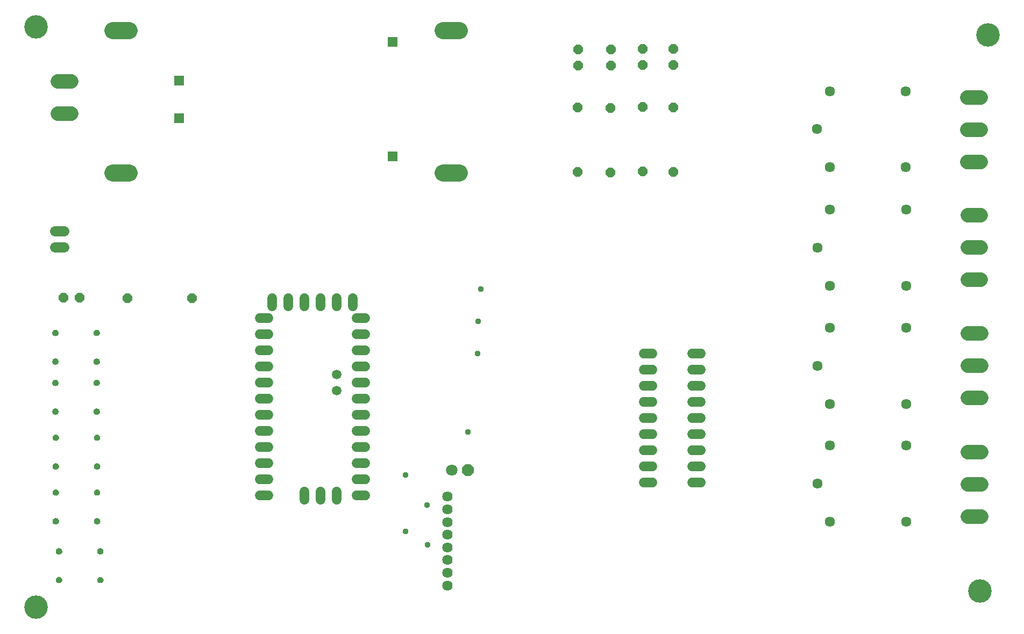
<source format=gbr>
G04 EAGLE Gerber RS-274X export*
G75*
%MOMM*%
%FSLAX34Y34*%
%LPD*%
%INSoldermask Top*%
%IPPOS*%
%AMOC8*
5,1,8,0,0,1.08239X$1,22.5*%
G01*
%ADD10C,3.703200*%
%ADD11P,1.951982X8X22.500000*%
%ADD12C,1.803400*%
%ADD13C,2.743200*%
%ADD14P,1.649562X8X292.500000*%
%ADD15P,1.649562X8X112.500000*%
%ADD16C,1.625600*%
%ADD17C,1.511200*%
%ADD18C,1.511200*%
%ADD19R,1.511200X1.511200*%
%ADD20C,1.524000*%
%ADD21P,1.649562X8X202.500000*%
%ADD22P,1.649562X8X22.500000*%
%ADD23C,2.298700*%
%ADD24C,1.625600*%
%ADD25C,1.611200*%
%ADD26C,0.959600*%

G36*
X147285Y420105D02*
X147285Y420105D01*
X147333Y420119D01*
X147423Y420137D01*
X148332Y420458D01*
X148376Y420483D01*
X148460Y420520D01*
X149275Y421035D01*
X149312Y421069D01*
X149385Y421124D01*
X150065Y421808D01*
X150094Y421849D01*
X150153Y421919D01*
X150664Y422737D01*
X150682Y422784D01*
X150725Y422865D01*
X151040Y423776D01*
X151048Y423826D01*
X151072Y423915D01*
X151177Y424873D01*
X151174Y424903D01*
X151180Y424942D01*
X151180Y425043D01*
X151175Y425071D01*
X151177Y425107D01*
X151078Y426080D01*
X151065Y426129D01*
X151048Y426219D01*
X150736Y427146D01*
X150711Y427190D01*
X150676Y427275D01*
X150165Y428109D01*
X150131Y428147D01*
X150077Y428221D01*
X149393Y428921D01*
X149352Y428950D01*
X149283Y429010D01*
X148461Y429540D01*
X148414Y429560D01*
X148334Y429604D01*
X147414Y429937D01*
X147365Y429946D01*
X147276Y429971D01*
X146305Y430091D01*
X146295Y430091D01*
X146283Y430094D01*
X145980Y430121D01*
X145930Y430116D01*
X145831Y430116D01*
X144874Y429974D01*
X144826Y429958D01*
X144736Y429938D01*
X143834Y429586D01*
X143791Y429560D01*
X143709Y429520D01*
X142908Y428977D01*
X142872Y428941D01*
X142800Y428884D01*
X142140Y428176D01*
X142113Y428134D01*
X142056Y428062D01*
X141570Y427225D01*
X141553Y427177D01*
X141513Y427094D01*
X141226Y426170D01*
X141220Y426120D01*
X141199Y426030D01*
X141133Y425165D01*
X141131Y425157D01*
X141131Y425139D01*
X141128Y425098D01*
X141124Y425069D01*
X141124Y425017D01*
X141129Y424990D01*
X141232Y424023D01*
X141246Y423975D01*
X141263Y423884D01*
X141582Y422954D01*
X141607Y422910D01*
X141643Y422825D01*
X142162Y421989D01*
X142195Y421952D01*
X142250Y421878D01*
X142941Y421178D01*
X142983Y421149D01*
X143052Y421088D01*
X143882Y420560D01*
X143929Y420541D01*
X144010Y420498D01*
X144937Y420167D01*
X144987Y420159D01*
X145075Y420135D01*
X146028Y420022D01*
X146132Y420002D01*
X146136Y420002D01*
X146139Y420000D01*
X146327Y419994D01*
X147285Y420105D01*
G37*
G36*
X147285Y341365D02*
X147285Y341365D01*
X147333Y341379D01*
X147423Y341397D01*
X148332Y341718D01*
X148376Y341743D01*
X148460Y341780D01*
X149275Y342295D01*
X149312Y342329D01*
X149385Y342384D01*
X150065Y343068D01*
X150094Y343109D01*
X150153Y343179D01*
X150664Y343997D01*
X150682Y344044D01*
X150725Y344125D01*
X151040Y345036D01*
X151048Y345086D01*
X151072Y345175D01*
X151177Y346133D01*
X151174Y346163D01*
X151180Y346202D01*
X151180Y346303D01*
X151175Y346331D01*
X151177Y346367D01*
X151078Y347340D01*
X151065Y347389D01*
X151048Y347479D01*
X150736Y348406D01*
X150711Y348450D01*
X150676Y348535D01*
X150165Y349369D01*
X150131Y349407D01*
X150077Y349481D01*
X149393Y350181D01*
X149352Y350210D01*
X149283Y350270D01*
X148461Y350800D01*
X148414Y350820D01*
X148334Y350864D01*
X147414Y351197D01*
X147365Y351206D01*
X147276Y351231D01*
X146305Y351351D01*
X146295Y351351D01*
X146283Y351354D01*
X145980Y351381D01*
X145930Y351376D01*
X145831Y351376D01*
X144874Y351234D01*
X144826Y351218D01*
X144736Y351198D01*
X143834Y350846D01*
X143791Y350820D01*
X143709Y350780D01*
X142908Y350237D01*
X142872Y350201D01*
X142800Y350144D01*
X142140Y349436D01*
X142113Y349394D01*
X142056Y349322D01*
X141570Y348485D01*
X141553Y348437D01*
X141513Y348354D01*
X141226Y347430D01*
X141220Y347380D01*
X141199Y347290D01*
X141133Y346425D01*
X141131Y346417D01*
X141131Y346399D01*
X141128Y346358D01*
X141124Y346329D01*
X141124Y346277D01*
X141129Y346250D01*
X141232Y345283D01*
X141246Y345235D01*
X141263Y345144D01*
X141582Y344214D01*
X141607Y344170D01*
X141643Y344085D01*
X142162Y343249D01*
X142195Y343212D01*
X142250Y343138D01*
X142941Y342438D01*
X142983Y342409D01*
X143052Y342348D01*
X143882Y341820D01*
X143929Y341801D01*
X144010Y341758D01*
X144937Y341427D01*
X144987Y341419D01*
X145075Y341395D01*
X146028Y341282D01*
X146132Y341262D01*
X146136Y341262D01*
X146139Y341260D01*
X146327Y341254D01*
X147285Y341365D01*
G37*
G36*
X82845Y213908D02*
X82845Y213908D01*
X82893Y213922D01*
X82983Y213940D01*
X83892Y214261D01*
X83936Y214286D01*
X84020Y214323D01*
X84835Y214838D01*
X84872Y214872D01*
X84945Y214927D01*
X85625Y215611D01*
X85654Y215652D01*
X85713Y215722D01*
X86224Y216540D01*
X86242Y216587D01*
X86285Y216668D01*
X86600Y217579D01*
X86608Y217629D01*
X86632Y217718D01*
X86737Y218676D01*
X86734Y218706D01*
X86740Y218745D01*
X86740Y218846D01*
X86735Y218874D01*
X86737Y218910D01*
X86638Y219883D01*
X86625Y219932D01*
X86608Y220022D01*
X86296Y220949D01*
X86271Y220993D01*
X86236Y221078D01*
X85725Y221912D01*
X85691Y221950D01*
X85637Y222024D01*
X84953Y222724D01*
X84912Y222753D01*
X84843Y222813D01*
X84021Y223343D01*
X83974Y223363D01*
X83894Y223407D01*
X82974Y223740D01*
X82925Y223749D01*
X82836Y223774D01*
X81865Y223894D01*
X81855Y223894D01*
X81843Y223897D01*
X81540Y223924D01*
X81490Y223919D01*
X81391Y223919D01*
X80434Y223777D01*
X80386Y223761D01*
X80296Y223741D01*
X79394Y223389D01*
X79351Y223363D01*
X79269Y223323D01*
X78468Y222780D01*
X78432Y222744D01*
X78360Y222687D01*
X77700Y221979D01*
X77673Y221937D01*
X77616Y221865D01*
X77130Y221028D01*
X77113Y220980D01*
X77073Y220897D01*
X76786Y219973D01*
X76780Y219923D01*
X76759Y219833D01*
X76693Y218968D01*
X76691Y218960D01*
X76691Y218942D01*
X76688Y218901D01*
X76684Y218872D01*
X76684Y218820D01*
X76689Y218793D01*
X76792Y217826D01*
X76806Y217778D01*
X76823Y217687D01*
X77142Y216757D01*
X77167Y216713D01*
X77203Y216628D01*
X77722Y215792D01*
X77755Y215755D01*
X77810Y215681D01*
X78501Y214981D01*
X78543Y214952D01*
X78612Y214891D01*
X79442Y214363D01*
X79489Y214344D01*
X79570Y214301D01*
X80497Y213970D01*
X80547Y213962D01*
X80635Y213938D01*
X81588Y213825D01*
X81692Y213805D01*
X81696Y213805D01*
X81699Y213803D01*
X81887Y213797D01*
X82845Y213908D01*
G37*
G36*
X147234Y465393D02*
X147234Y465393D01*
X147282Y465407D01*
X147372Y465425D01*
X148281Y465746D01*
X148325Y465771D01*
X148409Y465808D01*
X149224Y466323D01*
X149261Y466357D01*
X149334Y466412D01*
X150014Y467096D01*
X150043Y467137D01*
X150102Y467207D01*
X150613Y468025D01*
X150631Y468072D01*
X150674Y468153D01*
X150989Y469064D01*
X150997Y469114D01*
X151021Y469203D01*
X151126Y470161D01*
X151123Y470191D01*
X151129Y470230D01*
X151129Y470331D01*
X151124Y470359D01*
X151126Y470395D01*
X151027Y471368D01*
X151014Y471417D01*
X150997Y471507D01*
X150685Y472434D01*
X150660Y472478D01*
X150625Y472563D01*
X150114Y473397D01*
X150080Y473435D01*
X150026Y473509D01*
X149342Y474209D01*
X149301Y474238D01*
X149232Y474298D01*
X148410Y474828D01*
X148363Y474848D01*
X148283Y474892D01*
X147363Y475225D01*
X147314Y475234D01*
X147225Y475259D01*
X146254Y475379D01*
X146244Y475379D01*
X146232Y475382D01*
X145929Y475409D01*
X145879Y475404D01*
X145780Y475404D01*
X144823Y475262D01*
X144775Y475246D01*
X144685Y475226D01*
X143783Y474874D01*
X143740Y474848D01*
X143658Y474808D01*
X142857Y474265D01*
X142821Y474229D01*
X142749Y474172D01*
X142089Y473464D01*
X142062Y473422D01*
X142005Y473350D01*
X141519Y472513D01*
X141502Y472465D01*
X141462Y472382D01*
X141175Y471458D01*
X141169Y471408D01*
X141148Y471318D01*
X141082Y470453D01*
X141080Y470445D01*
X141080Y470427D01*
X141077Y470386D01*
X141073Y470357D01*
X141073Y470305D01*
X141078Y470278D01*
X141181Y469311D01*
X141195Y469263D01*
X141212Y469172D01*
X141531Y468242D01*
X141556Y468198D01*
X141592Y468113D01*
X142111Y467277D01*
X142144Y467240D01*
X142199Y467166D01*
X142890Y466466D01*
X142932Y466437D01*
X143001Y466376D01*
X143831Y465848D01*
X143878Y465829D01*
X143959Y465786D01*
X144886Y465455D01*
X144936Y465447D01*
X145024Y465423D01*
X145977Y465310D01*
X146081Y465290D01*
X146085Y465290D01*
X146088Y465288D01*
X146276Y465282D01*
X147234Y465393D01*
G37*
G36*
X82210Y465368D02*
X82210Y465368D01*
X82258Y465382D01*
X82348Y465400D01*
X83257Y465721D01*
X83301Y465746D01*
X83385Y465783D01*
X84200Y466298D01*
X84237Y466332D01*
X84310Y466387D01*
X84990Y467071D01*
X85019Y467112D01*
X85078Y467182D01*
X85589Y468000D01*
X85607Y468047D01*
X85650Y468128D01*
X85965Y469039D01*
X85973Y469089D01*
X85997Y469178D01*
X86102Y470136D01*
X86099Y470166D01*
X86105Y470205D01*
X86105Y470306D01*
X86100Y470334D01*
X86102Y470370D01*
X86003Y471343D01*
X85990Y471392D01*
X85973Y471482D01*
X85661Y472409D01*
X85636Y472453D01*
X85601Y472538D01*
X85090Y473372D01*
X85056Y473410D01*
X85002Y473484D01*
X84318Y474184D01*
X84277Y474213D01*
X84208Y474273D01*
X83386Y474803D01*
X83339Y474823D01*
X83259Y474867D01*
X82339Y475200D01*
X82290Y475209D01*
X82201Y475234D01*
X81230Y475354D01*
X81220Y475354D01*
X81208Y475357D01*
X80905Y475384D01*
X80855Y475379D01*
X80756Y475379D01*
X79799Y475237D01*
X79751Y475221D01*
X79661Y475201D01*
X78759Y474849D01*
X78716Y474823D01*
X78634Y474783D01*
X77833Y474240D01*
X77797Y474204D01*
X77725Y474147D01*
X77065Y473439D01*
X77038Y473397D01*
X76981Y473325D01*
X76495Y472488D01*
X76478Y472440D01*
X76438Y472357D01*
X76151Y471433D01*
X76145Y471383D01*
X76124Y471293D01*
X76058Y470428D01*
X76056Y470420D01*
X76056Y470402D01*
X76053Y470361D01*
X76049Y470332D01*
X76049Y470280D01*
X76054Y470253D01*
X76157Y469286D01*
X76171Y469238D01*
X76188Y469147D01*
X76507Y468217D01*
X76532Y468173D01*
X76568Y468088D01*
X77087Y467252D01*
X77120Y467215D01*
X77175Y467141D01*
X77866Y466441D01*
X77908Y466412D01*
X77977Y466351D01*
X78807Y465823D01*
X78854Y465804D01*
X78935Y465761D01*
X79862Y465430D01*
X79912Y465422D01*
X80000Y465398D01*
X80953Y465285D01*
X81057Y465265D01*
X81061Y465265D01*
X81064Y465263D01*
X81252Y465257D01*
X82210Y465368D01*
G37*
G36*
X82210Y420130D02*
X82210Y420130D01*
X82258Y420144D01*
X82348Y420162D01*
X83257Y420483D01*
X83301Y420508D01*
X83385Y420545D01*
X84200Y421060D01*
X84237Y421094D01*
X84310Y421149D01*
X84990Y421833D01*
X85019Y421874D01*
X85078Y421944D01*
X85589Y422762D01*
X85607Y422809D01*
X85650Y422890D01*
X85965Y423801D01*
X85973Y423851D01*
X85997Y423940D01*
X86102Y424898D01*
X86099Y424928D01*
X86105Y424967D01*
X86105Y425068D01*
X86100Y425096D01*
X86102Y425132D01*
X86003Y426105D01*
X85990Y426154D01*
X85973Y426244D01*
X85661Y427171D01*
X85636Y427215D01*
X85601Y427300D01*
X85090Y428134D01*
X85056Y428172D01*
X85002Y428246D01*
X84318Y428946D01*
X84277Y428975D01*
X84208Y429035D01*
X83386Y429565D01*
X83339Y429585D01*
X83259Y429629D01*
X82339Y429962D01*
X82290Y429971D01*
X82201Y429996D01*
X81230Y430116D01*
X81220Y430116D01*
X81208Y430119D01*
X80905Y430146D01*
X80855Y430141D01*
X80756Y430141D01*
X79799Y429999D01*
X79751Y429983D01*
X79661Y429963D01*
X78759Y429611D01*
X78716Y429585D01*
X78634Y429545D01*
X77833Y429002D01*
X77797Y428966D01*
X77725Y428909D01*
X77065Y428201D01*
X77038Y428159D01*
X76981Y428087D01*
X76495Y427250D01*
X76478Y427202D01*
X76438Y427119D01*
X76151Y426195D01*
X76145Y426145D01*
X76124Y426055D01*
X76058Y425190D01*
X76056Y425182D01*
X76056Y425164D01*
X76053Y425123D01*
X76049Y425094D01*
X76049Y425042D01*
X76054Y425015D01*
X76157Y424048D01*
X76171Y424000D01*
X76188Y423909D01*
X76507Y422979D01*
X76532Y422935D01*
X76568Y422850D01*
X77087Y422014D01*
X77120Y421977D01*
X77175Y421903D01*
X77866Y421203D01*
X77908Y421174D01*
X77977Y421113D01*
X78807Y420585D01*
X78854Y420566D01*
X78935Y420523D01*
X79862Y420192D01*
X79912Y420184D01*
X80000Y420160D01*
X80953Y420047D01*
X81057Y420027D01*
X81061Y420027D01*
X81064Y420025D01*
X81252Y420019D01*
X82210Y420130D01*
G37*
G36*
X147234Y386653D02*
X147234Y386653D01*
X147282Y386667D01*
X147372Y386685D01*
X148281Y387006D01*
X148325Y387031D01*
X148409Y387068D01*
X149224Y387583D01*
X149261Y387617D01*
X149334Y387672D01*
X150014Y388356D01*
X150043Y388397D01*
X150102Y388467D01*
X150613Y389285D01*
X150631Y389332D01*
X150674Y389413D01*
X150989Y390324D01*
X150997Y390374D01*
X151021Y390463D01*
X151126Y391421D01*
X151123Y391451D01*
X151129Y391490D01*
X151129Y391591D01*
X151124Y391619D01*
X151126Y391655D01*
X151027Y392628D01*
X151014Y392677D01*
X150997Y392767D01*
X150685Y393694D01*
X150660Y393738D01*
X150625Y393823D01*
X150114Y394657D01*
X150080Y394695D01*
X150026Y394769D01*
X149342Y395469D01*
X149301Y395498D01*
X149232Y395558D01*
X148410Y396088D01*
X148363Y396108D01*
X148283Y396152D01*
X147363Y396485D01*
X147314Y396494D01*
X147225Y396519D01*
X146254Y396639D01*
X146244Y396639D01*
X146232Y396642D01*
X145929Y396669D01*
X145879Y396664D01*
X145780Y396664D01*
X144823Y396522D01*
X144775Y396506D01*
X144685Y396486D01*
X143783Y396134D01*
X143740Y396108D01*
X143658Y396068D01*
X142857Y395525D01*
X142821Y395489D01*
X142749Y395432D01*
X142089Y394724D01*
X142062Y394682D01*
X142005Y394610D01*
X141519Y393773D01*
X141502Y393725D01*
X141462Y393642D01*
X141175Y392718D01*
X141169Y392668D01*
X141148Y392578D01*
X141082Y391713D01*
X141080Y391705D01*
X141080Y391687D01*
X141077Y391646D01*
X141073Y391617D01*
X141073Y391565D01*
X141078Y391538D01*
X141181Y390571D01*
X141195Y390523D01*
X141212Y390432D01*
X141531Y389502D01*
X141556Y389458D01*
X141592Y389373D01*
X142111Y388537D01*
X142144Y388500D01*
X142199Y388426D01*
X142890Y387726D01*
X142932Y387697D01*
X143001Y387636D01*
X143831Y387108D01*
X143878Y387089D01*
X143959Y387046D01*
X144886Y386715D01*
X144936Y386707D01*
X145024Y386683D01*
X145977Y386570D01*
X146081Y386550D01*
X146085Y386550D01*
X146088Y386548D01*
X146276Y386542D01*
X147234Y386653D01*
G37*
G36*
X82210Y386628D02*
X82210Y386628D01*
X82258Y386642D01*
X82348Y386660D01*
X83257Y386981D01*
X83301Y387006D01*
X83385Y387043D01*
X84200Y387558D01*
X84237Y387592D01*
X84310Y387647D01*
X84990Y388331D01*
X85019Y388372D01*
X85078Y388442D01*
X85589Y389260D01*
X85607Y389307D01*
X85650Y389388D01*
X85965Y390299D01*
X85973Y390349D01*
X85997Y390438D01*
X86102Y391396D01*
X86099Y391426D01*
X86105Y391465D01*
X86105Y391566D01*
X86100Y391594D01*
X86102Y391630D01*
X86003Y392603D01*
X85990Y392652D01*
X85973Y392742D01*
X85661Y393669D01*
X85636Y393713D01*
X85601Y393798D01*
X85090Y394632D01*
X85056Y394670D01*
X85002Y394744D01*
X84318Y395444D01*
X84277Y395473D01*
X84208Y395533D01*
X83386Y396063D01*
X83339Y396083D01*
X83259Y396127D01*
X82339Y396460D01*
X82290Y396469D01*
X82201Y396494D01*
X81230Y396614D01*
X81220Y396614D01*
X81208Y396617D01*
X80905Y396644D01*
X80855Y396639D01*
X80756Y396639D01*
X79799Y396497D01*
X79751Y396481D01*
X79661Y396461D01*
X78759Y396109D01*
X78716Y396083D01*
X78634Y396043D01*
X77833Y395500D01*
X77797Y395464D01*
X77725Y395407D01*
X77065Y394699D01*
X77038Y394657D01*
X76981Y394585D01*
X76495Y393748D01*
X76478Y393700D01*
X76438Y393617D01*
X76151Y392693D01*
X76145Y392643D01*
X76124Y392553D01*
X76058Y391688D01*
X76056Y391680D01*
X76056Y391662D01*
X76053Y391621D01*
X76049Y391592D01*
X76049Y391540D01*
X76054Y391513D01*
X76157Y390546D01*
X76171Y390498D01*
X76188Y390407D01*
X76507Y389477D01*
X76532Y389433D01*
X76568Y389348D01*
X77087Y388512D01*
X77120Y388475D01*
X77175Y388401D01*
X77866Y387701D01*
X77908Y387672D01*
X77977Y387611D01*
X78807Y387083D01*
X78854Y387064D01*
X78935Y387021D01*
X79862Y386690D01*
X79912Y386682D01*
X80000Y386658D01*
X80953Y386545D01*
X81057Y386525D01*
X81061Y386525D01*
X81064Y386523D01*
X81252Y386517D01*
X82210Y386628D01*
G37*
G36*
X82210Y341390D02*
X82210Y341390D01*
X82258Y341404D01*
X82348Y341422D01*
X83257Y341743D01*
X83301Y341768D01*
X83385Y341805D01*
X84200Y342320D01*
X84237Y342354D01*
X84310Y342409D01*
X84990Y343093D01*
X85019Y343134D01*
X85078Y343204D01*
X85589Y344022D01*
X85607Y344069D01*
X85650Y344150D01*
X85965Y345061D01*
X85973Y345111D01*
X85997Y345200D01*
X86102Y346158D01*
X86099Y346188D01*
X86105Y346227D01*
X86105Y346328D01*
X86100Y346356D01*
X86102Y346392D01*
X86003Y347365D01*
X85990Y347414D01*
X85973Y347504D01*
X85661Y348431D01*
X85636Y348475D01*
X85601Y348560D01*
X85090Y349394D01*
X85056Y349432D01*
X85002Y349506D01*
X84318Y350206D01*
X84277Y350235D01*
X84208Y350295D01*
X83386Y350825D01*
X83339Y350845D01*
X83259Y350889D01*
X82339Y351222D01*
X82290Y351231D01*
X82201Y351256D01*
X81230Y351376D01*
X81220Y351376D01*
X81208Y351379D01*
X80905Y351406D01*
X80855Y351401D01*
X80756Y351401D01*
X79799Y351259D01*
X79751Y351243D01*
X79661Y351223D01*
X78759Y350871D01*
X78716Y350845D01*
X78634Y350805D01*
X77833Y350262D01*
X77797Y350226D01*
X77725Y350169D01*
X77065Y349461D01*
X77038Y349419D01*
X76981Y349347D01*
X76495Y348510D01*
X76478Y348462D01*
X76438Y348379D01*
X76151Y347455D01*
X76145Y347405D01*
X76124Y347315D01*
X76058Y346450D01*
X76056Y346442D01*
X76056Y346424D01*
X76053Y346383D01*
X76049Y346354D01*
X76049Y346302D01*
X76054Y346275D01*
X76157Y345308D01*
X76171Y345260D01*
X76188Y345169D01*
X76507Y344239D01*
X76532Y344195D01*
X76568Y344110D01*
X77087Y343274D01*
X77120Y343237D01*
X77175Y343163D01*
X77866Y342463D01*
X77908Y342434D01*
X77977Y342373D01*
X78807Y341845D01*
X78854Y341826D01*
X78935Y341783D01*
X79862Y341452D01*
X79912Y341444D01*
X80000Y341420D01*
X80953Y341307D01*
X81057Y341287D01*
X81061Y341287D01*
X81064Y341285D01*
X81252Y341279D01*
X82210Y341390D01*
G37*
G36*
X147869Y300293D02*
X147869Y300293D01*
X147917Y300307D01*
X148007Y300325D01*
X148916Y300646D01*
X148960Y300671D01*
X149044Y300708D01*
X149859Y301223D01*
X149896Y301257D01*
X149969Y301312D01*
X150649Y301996D01*
X150678Y302037D01*
X150737Y302107D01*
X151248Y302925D01*
X151266Y302972D01*
X151309Y303053D01*
X151624Y303964D01*
X151632Y304014D01*
X151656Y304103D01*
X151761Y305061D01*
X151758Y305091D01*
X151764Y305130D01*
X151764Y305231D01*
X151759Y305259D01*
X151761Y305295D01*
X151662Y306268D01*
X151649Y306317D01*
X151632Y306407D01*
X151320Y307334D01*
X151295Y307378D01*
X151260Y307463D01*
X150749Y308297D01*
X150715Y308335D01*
X150661Y308409D01*
X149977Y309109D01*
X149936Y309138D01*
X149867Y309198D01*
X149045Y309728D01*
X148998Y309748D01*
X148918Y309792D01*
X147998Y310125D01*
X147949Y310134D01*
X147860Y310159D01*
X146889Y310279D01*
X146879Y310279D01*
X146867Y310282D01*
X146564Y310309D01*
X146514Y310304D01*
X146415Y310304D01*
X145458Y310162D01*
X145410Y310146D01*
X145320Y310126D01*
X144418Y309774D01*
X144375Y309748D01*
X144293Y309708D01*
X143492Y309165D01*
X143456Y309129D01*
X143384Y309072D01*
X142724Y308364D01*
X142697Y308322D01*
X142640Y308250D01*
X142154Y307413D01*
X142137Y307365D01*
X142097Y307282D01*
X141810Y306358D01*
X141804Y306308D01*
X141783Y306218D01*
X141717Y305353D01*
X141715Y305345D01*
X141715Y305327D01*
X141712Y305286D01*
X141708Y305257D01*
X141708Y305205D01*
X141713Y305178D01*
X141816Y304211D01*
X141830Y304163D01*
X141847Y304072D01*
X142166Y303142D01*
X142191Y303098D01*
X142227Y303013D01*
X142746Y302177D01*
X142779Y302140D01*
X142834Y302066D01*
X143525Y301366D01*
X143567Y301337D01*
X143636Y301276D01*
X144466Y300748D01*
X144513Y300729D01*
X144594Y300686D01*
X145521Y300355D01*
X145571Y300347D01*
X145659Y300323D01*
X146612Y300210D01*
X146716Y300190D01*
X146720Y300190D01*
X146723Y300188D01*
X146911Y300182D01*
X147869Y300293D01*
G37*
G36*
X82845Y300268D02*
X82845Y300268D01*
X82893Y300282D01*
X82983Y300300D01*
X83892Y300621D01*
X83936Y300646D01*
X84020Y300683D01*
X84835Y301198D01*
X84872Y301232D01*
X84945Y301287D01*
X85625Y301971D01*
X85654Y302012D01*
X85713Y302082D01*
X86224Y302900D01*
X86242Y302947D01*
X86285Y303028D01*
X86600Y303939D01*
X86608Y303989D01*
X86632Y304078D01*
X86737Y305036D01*
X86734Y305066D01*
X86740Y305105D01*
X86740Y305206D01*
X86735Y305234D01*
X86737Y305270D01*
X86638Y306243D01*
X86625Y306292D01*
X86608Y306382D01*
X86296Y307309D01*
X86271Y307353D01*
X86236Y307438D01*
X85725Y308272D01*
X85691Y308310D01*
X85637Y308384D01*
X84953Y309084D01*
X84912Y309113D01*
X84843Y309173D01*
X84021Y309703D01*
X83974Y309723D01*
X83894Y309767D01*
X82974Y310100D01*
X82925Y310109D01*
X82836Y310134D01*
X81865Y310254D01*
X81855Y310254D01*
X81843Y310257D01*
X81540Y310284D01*
X81490Y310279D01*
X81391Y310279D01*
X80434Y310137D01*
X80386Y310121D01*
X80296Y310101D01*
X79394Y309749D01*
X79351Y309723D01*
X79269Y309683D01*
X78468Y309140D01*
X78432Y309104D01*
X78360Y309047D01*
X77700Y308339D01*
X77673Y308297D01*
X77616Y308225D01*
X77130Y307388D01*
X77113Y307340D01*
X77073Y307257D01*
X76786Y306333D01*
X76780Y306283D01*
X76759Y306193D01*
X76693Y305328D01*
X76691Y305320D01*
X76691Y305302D01*
X76688Y305261D01*
X76684Y305232D01*
X76684Y305180D01*
X76689Y305153D01*
X76792Y304186D01*
X76806Y304138D01*
X76823Y304047D01*
X77142Y303117D01*
X77167Y303073D01*
X77203Y302988D01*
X77722Y302152D01*
X77755Y302115D01*
X77810Y302041D01*
X78501Y301341D01*
X78543Y301312D01*
X78612Y301251D01*
X79442Y300723D01*
X79489Y300704D01*
X79570Y300661D01*
X80497Y300330D01*
X80547Y300322D01*
X80635Y300298D01*
X81588Y300185D01*
X81692Y300165D01*
X81696Y300165D01*
X81699Y300163D01*
X81887Y300157D01*
X82845Y300268D01*
G37*
G36*
X82845Y255030D02*
X82845Y255030D01*
X82893Y255044D01*
X82983Y255062D01*
X83892Y255383D01*
X83936Y255408D01*
X84020Y255445D01*
X84835Y255960D01*
X84872Y255994D01*
X84945Y256049D01*
X85625Y256733D01*
X85654Y256774D01*
X85713Y256844D01*
X86224Y257662D01*
X86242Y257709D01*
X86285Y257790D01*
X86600Y258701D01*
X86608Y258751D01*
X86632Y258840D01*
X86737Y259798D01*
X86734Y259828D01*
X86740Y259867D01*
X86740Y259968D01*
X86735Y259996D01*
X86737Y260032D01*
X86638Y261005D01*
X86625Y261054D01*
X86608Y261144D01*
X86296Y262071D01*
X86271Y262115D01*
X86236Y262200D01*
X85725Y263034D01*
X85691Y263072D01*
X85637Y263146D01*
X84953Y263846D01*
X84912Y263875D01*
X84843Y263935D01*
X84021Y264465D01*
X83974Y264485D01*
X83894Y264529D01*
X82974Y264862D01*
X82925Y264871D01*
X82836Y264896D01*
X81865Y265016D01*
X81855Y265016D01*
X81843Y265019D01*
X81540Y265046D01*
X81490Y265041D01*
X81391Y265041D01*
X80434Y264899D01*
X80386Y264883D01*
X80296Y264863D01*
X79394Y264511D01*
X79351Y264485D01*
X79269Y264445D01*
X78468Y263902D01*
X78432Y263866D01*
X78360Y263809D01*
X77700Y263101D01*
X77673Y263059D01*
X77616Y262987D01*
X77130Y262150D01*
X77113Y262102D01*
X77073Y262019D01*
X76786Y261095D01*
X76780Y261045D01*
X76759Y260955D01*
X76693Y260090D01*
X76691Y260082D01*
X76691Y260064D01*
X76688Y260023D01*
X76684Y259994D01*
X76684Y259942D01*
X76689Y259915D01*
X76792Y258948D01*
X76806Y258900D01*
X76823Y258809D01*
X77142Y257879D01*
X77167Y257835D01*
X77203Y257750D01*
X77722Y256914D01*
X77755Y256877D01*
X77810Y256803D01*
X78501Y256103D01*
X78543Y256074D01*
X78612Y256013D01*
X79442Y255485D01*
X79489Y255466D01*
X79570Y255423D01*
X80497Y255092D01*
X80547Y255084D01*
X80635Y255060D01*
X81588Y254947D01*
X81692Y254927D01*
X81696Y254927D01*
X81699Y254925D01*
X81887Y254919D01*
X82845Y255030D01*
G37*
G36*
X147920Y255005D02*
X147920Y255005D01*
X147968Y255019D01*
X148058Y255037D01*
X148967Y255358D01*
X149011Y255383D01*
X149095Y255420D01*
X149910Y255935D01*
X149947Y255969D01*
X150020Y256024D01*
X150700Y256708D01*
X150729Y256749D01*
X150788Y256819D01*
X151299Y257637D01*
X151317Y257684D01*
X151360Y257765D01*
X151675Y258676D01*
X151683Y258726D01*
X151707Y258815D01*
X151812Y259773D01*
X151809Y259803D01*
X151815Y259842D01*
X151815Y259943D01*
X151810Y259971D01*
X151812Y260007D01*
X151713Y260980D01*
X151700Y261029D01*
X151683Y261119D01*
X151371Y262046D01*
X151346Y262090D01*
X151311Y262175D01*
X150800Y263009D01*
X150766Y263047D01*
X150712Y263121D01*
X150028Y263821D01*
X149987Y263850D01*
X149918Y263910D01*
X149096Y264440D01*
X149049Y264460D01*
X148969Y264504D01*
X148049Y264837D01*
X148000Y264846D01*
X147911Y264871D01*
X146940Y264991D01*
X146930Y264991D01*
X146918Y264994D01*
X146615Y265021D01*
X146565Y265016D01*
X146466Y265016D01*
X145509Y264874D01*
X145461Y264858D01*
X145371Y264838D01*
X144469Y264486D01*
X144426Y264460D01*
X144344Y264420D01*
X143543Y263877D01*
X143507Y263841D01*
X143435Y263784D01*
X142775Y263076D01*
X142748Y263034D01*
X142691Y262962D01*
X142205Y262125D01*
X142188Y262077D01*
X142148Y261994D01*
X141861Y261070D01*
X141855Y261020D01*
X141834Y260930D01*
X141768Y260065D01*
X141766Y260057D01*
X141766Y260039D01*
X141763Y259998D01*
X141759Y259969D01*
X141759Y259917D01*
X141764Y259890D01*
X141867Y258923D01*
X141881Y258875D01*
X141898Y258784D01*
X142217Y257854D01*
X142242Y257810D01*
X142278Y257725D01*
X142797Y256889D01*
X142830Y256852D01*
X142885Y256778D01*
X143576Y256078D01*
X143618Y256049D01*
X143687Y255988D01*
X144517Y255460D01*
X144564Y255441D01*
X144645Y255398D01*
X145572Y255067D01*
X145622Y255059D01*
X145710Y255035D01*
X146663Y254922D01*
X146767Y254902D01*
X146771Y254902D01*
X146774Y254900D01*
X146962Y254894D01*
X147920Y255005D01*
G37*
G36*
X147869Y213933D02*
X147869Y213933D01*
X147917Y213947D01*
X148007Y213965D01*
X148916Y214286D01*
X148960Y214311D01*
X149044Y214348D01*
X149859Y214863D01*
X149896Y214897D01*
X149969Y214952D01*
X150649Y215636D01*
X150678Y215677D01*
X150737Y215747D01*
X151248Y216565D01*
X151266Y216612D01*
X151309Y216693D01*
X151624Y217604D01*
X151632Y217654D01*
X151656Y217743D01*
X151761Y218701D01*
X151758Y218731D01*
X151764Y218770D01*
X151764Y218871D01*
X151759Y218899D01*
X151761Y218935D01*
X151662Y219908D01*
X151649Y219957D01*
X151632Y220047D01*
X151320Y220974D01*
X151295Y221018D01*
X151260Y221103D01*
X150749Y221937D01*
X150715Y221975D01*
X150661Y222049D01*
X149977Y222749D01*
X149936Y222778D01*
X149867Y222838D01*
X149045Y223368D01*
X148998Y223388D01*
X148918Y223432D01*
X147998Y223765D01*
X147949Y223774D01*
X147860Y223799D01*
X146889Y223919D01*
X146879Y223919D01*
X146867Y223922D01*
X146564Y223949D01*
X146514Y223944D01*
X146415Y223944D01*
X145458Y223802D01*
X145410Y223786D01*
X145320Y223766D01*
X144418Y223414D01*
X144375Y223388D01*
X144293Y223348D01*
X143492Y222805D01*
X143456Y222769D01*
X143384Y222712D01*
X142724Y222004D01*
X142697Y221962D01*
X142640Y221890D01*
X142154Y221053D01*
X142137Y221005D01*
X142097Y220922D01*
X141810Y219998D01*
X141804Y219948D01*
X141783Y219858D01*
X141717Y218993D01*
X141715Y218985D01*
X141715Y218967D01*
X141712Y218926D01*
X141708Y218897D01*
X141708Y218845D01*
X141713Y218818D01*
X141816Y217851D01*
X141830Y217803D01*
X141847Y217712D01*
X142166Y216782D01*
X142191Y216738D01*
X142227Y216653D01*
X142746Y215817D01*
X142779Y215780D01*
X142834Y215706D01*
X143525Y215006D01*
X143567Y214977D01*
X143636Y214916D01*
X144466Y214388D01*
X144513Y214369D01*
X144594Y214326D01*
X145521Y213995D01*
X145571Y213987D01*
X145659Y213963D01*
X146612Y213850D01*
X146716Y213830D01*
X146720Y213830D01*
X146723Y213828D01*
X146911Y213822D01*
X147869Y213933D01*
G37*
G36*
X82845Y168670D02*
X82845Y168670D01*
X82893Y168684D01*
X82983Y168702D01*
X83892Y169023D01*
X83936Y169048D01*
X84020Y169085D01*
X84835Y169600D01*
X84872Y169634D01*
X84945Y169689D01*
X85625Y170373D01*
X85654Y170414D01*
X85713Y170484D01*
X86224Y171302D01*
X86242Y171349D01*
X86285Y171430D01*
X86600Y172341D01*
X86608Y172391D01*
X86632Y172480D01*
X86737Y173438D01*
X86734Y173468D01*
X86740Y173507D01*
X86740Y173608D01*
X86735Y173636D01*
X86737Y173672D01*
X86638Y174645D01*
X86625Y174694D01*
X86608Y174784D01*
X86296Y175711D01*
X86271Y175755D01*
X86236Y175840D01*
X85725Y176674D01*
X85691Y176712D01*
X85637Y176786D01*
X84953Y177486D01*
X84912Y177515D01*
X84843Y177575D01*
X84021Y178105D01*
X83974Y178125D01*
X83894Y178169D01*
X82974Y178502D01*
X82925Y178511D01*
X82836Y178536D01*
X81865Y178656D01*
X81855Y178656D01*
X81843Y178659D01*
X81540Y178686D01*
X81490Y178681D01*
X81391Y178681D01*
X80434Y178539D01*
X80386Y178523D01*
X80296Y178503D01*
X79394Y178151D01*
X79351Y178125D01*
X79269Y178085D01*
X78468Y177542D01*
X78432Y177506D01*
X78360Y177449D01*
X77700Y176741D01*
X77673Y176699D01*
X77616Y176627D01*
X77130Y175790D01*
X77113Y175742D01*
X77073Y175659D01*
X76786Y174735D01*
X76780Y174685D01*
X76759Y174595D01*
X76693Y173730D01*
X76691Y173722D01*
X76691Y173704D01*
X76688Y173663D01*
X76684Y173634D01*
X76684Y173582D01*
X76689Y173555D01*
X76792Y172588D01*
X76806Y172540D01*
X76823Y172449D01*
X77142Y171519D01*
X77167Y171475D01*
X77203Y171390D01*
X77722Y170554D01*
X77755Y170517D01*
X77810Y170443D01*
X78501Y169743D01*
X78543Y169714D01*
X78612Y169653D01*
X79442Y169125D01*
X79489Y169106D01*
X79570Y169063D01*
X80497Y168732D01*
X80547Y168724D01*
X80635Y168700D01*
X81588Y168587D01*
X81692Y168567D01*
X81696Y168567D01*
X81699Y168565D01*
X81887Y168559D01*
X82845Y168670D01*
G37*
G36*
X147920Y168645D02*
X147920Y168645D01*
X147968Y168659D01*
X148058Y168677D01*
X148967Y168998D01*
X149011Y169023D01*
X149095Y169060D01*
X149910Y169575D01*
X149947Y169609D01*
X150020Y169664D01*
X150700Y170348D01*
X150729Y170389D01*
X150788Y170459D01*
X151299Y171277D01*
X151317Y171324D01*
X151360Y171405D01*
X151675Y172316D01*
X151683Y172366D01*
X151707Y172455D01*
X151812Y173413D01*
X151809Y173443D01*
X151815Y173482D01*
X151815Y173583D01*
X151810Y173611D01*
X151812Y173647D01*
X151713Y174620D01*
X151700Y174669D01*
X151683Y174759D01*
X151371Y175686D01*
X151346Y175730D01*
X151311Y175815D01*
X150800Y176649D01*
X150766Y176687D01*
X150712Y176761D01*
X150028Y177461D01*
X149987Y177490D01*
X149918Y177550D01*
X149096Y178080D01*
X149049Y178100D01*
X148969Y178144D01*
X148049Y178477D01*
X148000Y178486D01*
X147911Y178511D01*
X146940Y178631D01*
X146930Y178631D01*
X146918Y178634D01*
X146615Y178661D01*
X146565Y178656D01*
X146466Y178656D01*
X145509Y178514D01*
X145461Y178498D01*
X145371Y178478D01*
X144469Y178126D01*
X144426Y178100D01*
X144344Y178060D01*
X143543Y177517D01*
X143507Y177481D01*
X143435Y177424D01*
X142775Y176716D01*
X142748Y176674D01*
X142691Y176602D01*
X142205Y175765D01*
X142188Y175717D01*
X142148Y175634D01*
X141861Y174710D01*
X141855Y174660D01*
X141834Y174570D01*
X141768Y173705D01*
X141766Y173697D01*
X141766Y173679D01*
X141763Y173638D01*
X141759Y173609D01*
X141759Y173557D01*
X141764Y173530D01*
X141867Y172563D01*
X141881Y172515D01*
X141898Y172424D01*
X142217Y171494D01*
X142242Y171450D01*
X142278Y171365D01*
X142797Y170529D01*
X142830Y170492D01*
X142885Y170418D01*
X143576Y169718D01*
X143618Y169689D01*
X143687Y169628D01*
X144517Y169100D01*
X144564Y169081D01*
X144645Y169038D01*
X145572Y168707D01*
X145622Y168699D01*
X145710Y168675D01*
X146663Y168562D01*
X146767Y168542D01*
X146771Y168542D01*
X146774Y168540D01*
X146962Y168534D01*
X147920Y168645D01*
G37*
G36*
X152949Y121223D02*
X152949Y121223D01*
X152997Y121237D01*
X153087Y121255D01*
X153996Y121576D01*
X154040Y121601D01*
X154124Y121638D01*
X154939Y122153D01*
X154976Y122187D01*
X155049Y122242D01*
X155729Y122926D01*
X155758Y122967D01*
X155817Y123037D01*
X156328Y123855D01*
X156346Y123902D01*
X156389Y123983D01*
X156704Y124894D01*
X156712Y124944D01*
X156736Y125033D01*
X156841Y125991D01*
X156838Y126021D01*
X156844Y126060D01*
X156844Y126161D01*
X156839Y126189D01*
X156841Y126225D01*
X156742Y127198D01*
X156729Y127247D01*
X156712Y127337D01*
X156400Y128264D01*
X156375Y128308D01*
X156340Y128393D01*
X155829Y129227D01*
X155795Y129265D01*
X155741Y129339D01*
X155057Y130039D01*
X155016Y130068D01*
X154947Y130128D01*
X154125Y130658D01*
X154078Y130678D01*
X153998Y130722D01*
X153078Y131055D01*
X153029Y131064D01*
X152940Y131089D01*
X151969Y131209D01*
X151959Y131209D01*
X151947Y131212D01*
X151644Y131239D01*
X151594Y131234D01*
X151495Y131234D01*
X150538Y131092D01*
X150490Y131076D01*
X150400Y131056D01*
X149498Y130704D01*
X149455Y130678D01*
X149373Y130638D01*
X148572Y130095D01*
X148536Y130059D01*
X148464Y130002D01*
X147804Y129294D01*
X147777Y129252D01*
X147720Y129180D01*
X147234Y128343D01*
X147217Y128295D01*
X147177Y128212D01*
X146890Y127288D01*
X146884Y127238D01*
X146863Y127148D01*
X146797Y126283D01*
X146795Y126275D01*
X146795Y126257D01*
X146792Y126216D01*
X146788Y126187D01*
X146788Y126135D01*
X146793Y126108D01*
X146896Y125141D01*
X146910Y125093D01*
X146927Y125002D01*
X147246Y124072D01*
X147271Y124028D01*
X147307Y123943D01*
X147826Y123107D01*
X147859Y123070D01*
X147914Y122996D01*
X148605Y122296D01*
X148647Y122267D01*
X148716Y122206D01*
X149546Y121678D01*
X149593Y121659D01*
X149674Y121616D01*
X150601Y121285D01*
X150651Y121277D01*
X150739Y121253D01*
X151692Y121140D01*
X151796Y121120D01*
X151800Y121120D01*
X151803Y121118D01*
X151991Y121112D01*
X152949Y121223D01*
G37*
G36*
X87925Y121198D02*
X87925Y121198D01*
X87973Y121212D01*
X88063Y121230D01*
X88972Y121551D01*
X89016Y121576D01*
X89100Y121613D01*
X89915Y122128D01*
X89952Y122162D01*
X90025Y122217D01*
X90705Y122901D01*
X90734Y122942D01*
X90793Y123012D01*
X91304Y123830D01*
X91322Y123877D01*
X91365Y123958D01*
X91680Y124869D01*
X91688Y124919D01*
X91712Y125008D01*
X91817Y125966D01*
X91814Y125996D01*
X91820Y126035D01*
X91820Y126136D01*
X91815Y126164D01*
X91817Y126200D01*
X91718Y127173D01*
X91705Y127222D01*
X91688Y127312D01*
X91376Y128239D01*
X91351Y128283D01*
X91316Y128368D01*
X90805Y129202D01*
X90771Y129240D01*
X90717Y129314D01*
X90033Y130014D01*
X89992Y130043D01*
X89923Y130103D01*
X89101Y130633D01*
X89054Y130653D01*
X88974Y130697D01*
X88054Y131030D01*
X88005Y131039D01*
X87916Y131064D01*
X86945Y131184D01*
X86935Y131184D01*
X86923Y131187D01*
X86620Y131214D01*
X86570Y131209D01*
X86471Y131209D01*
X85514Y131067D01*
X85466Y131051D01*
X85376Y131031D01*
X84474Y130679D01*
X84431Y130653D01*
X84349Y130613D01*
X83548Y130070D01*
X83512Y130034D01*
X83440Y129977D01*
X82780Y129269D01*
X82753Y129227D01*
X82696Y129155D01*
X82210Y128318D01*
X82193Y128270D01*
X82153Y128187D01*
X81866Y127263D01*
X81860Y127213D01*
X81839Y127123D01*
X81773Y126258D01*
X81771Y126250D01*
X81771Y126232D01*
X81768Y126191D01*
X81764Y126162D01*
X81764Y126110D01*
X81769Y126083D01*
X81872Y125116D01*
X81886Y125068D01*
X81903Y124977D01*
X82222Y124047D01*
X82247Y124003D01*
X82283Y123918D01*
X82802Y123082D01*
X82835Y123045D01*
X82890Y122971D01*
X83581Y122271D01*
X83623Y122242D01*
X83692Y122181D01*
X84522Y121653D01*
X84569Y121634D01*
X84650Y121591D01*
X85577Y121260D01*
X85627Y121252D01*
X85715Y121228D01*
X86668Y121115D01*
X86772Y121095D01*
X86776Y121095D01*
X86779Y121093D01*
X86967Y121087D01*
X87925Y121198D01*
G37*
G36*
X87925Y75960D02*
X87925Y75960D01*
X87973Y75974D01*
X88063Y75992D01*
X88972Y76313D01*
X89016Y76338D01*
X89100Y76375D01*
X89915Y76890D01*
X89952Y76924D01*
X90025Y76979D01*
X90705Y77663D01*
X90734Y77704D01*
X90793Y77774D01*
X91304Y78592D01*
X91322Y78639D01*
X91365Y78720D01*
X91680Y79631D01*
X91688Y79681D01*
X91712Y79770D01*
X91817Y80728D01*
X91814Y80758D01*
X91820Y80797D01*
X91820Y80898D01*
X91815Y80926D01*
X91817Y80962D01*
X91718Y81935D01*
X91705Y81984D01*
X91688Y82074D01*
X91376Y83001D01*
X91351Y83045D01*
X91316Y83130D01*
X90805Y83964D01*
X90771Y84002D01*
X90717Y84076D01*
X90033Y84776D01*
X89992Y84805D01*
X89923Y84865D01*
X89101Y85395D01*
X89054Y85415D01*
X88974Y85459D01*
X88054Y85792D01*
X88005Y85801D01*
X87916Y85826D01*
X86945Y85946D01*
X86935Y85946D01*
X86923Y85949D01*
X86620Y85976D01*
X86570Y85971D01*
X86471Y85971D01*
X85514Y85829D01*
X85466Y85813D01*
X85376Y85793D01*
X84474Y85441D01*
X84431Y85415D01*
X84349Y85375D01*
X83548Y84832D01*
X83512Y84796D01*
X83440Y84739D01*
X82780Y84031D01*
X82753Y83989D01*
X82696Y83917D01*
X82210Y83080D01*
X82193Y83032D01*
X82153Y82949D01*
X81866Y82025D01*
X81860Y81975D01*
X81839Y81885D01*
X81773Y81020D01*
X81771Y81012D01*
X81771Y80994D01*
X81768Y80953D01*
X81764Y80924D01*
X81764Y80872D01*
X81769Y80845D01*
X81872Y79878D01*
X81886Y79830D01*
X81903Y79739D01*
X82222Y78809D01*
X82247Y78765D01*
X82283Y78680D01*
X82802Y77844D01*
X82835Y77807D01*
X82890Y77733D01*
X83581Y77033D01*
X83623Y77004D01*
X83692Y76943D01*
X84522Y76415D01*
X84569Y76396D01*
X84650Y76353D01*
X85577Y76022D01*
X85627Y76014D01*
X85715Y75990D01*
X86668Y75877D01*
X86772Y75857D01*
X86776Y75857D01*
X86779Y75855D01*
X86967Y75849D01*
X87925Y75960D01*
G37*
G36*
X153000Y75935D02*
X153000Y75935D01*
X153048Y75949D01*
X153138Y75967D01*
X154047Y76288D01*
X154091Y76313D01*
X154175Y76350D01*
X154990Y76865D01*
X155027Y76899D01*
X155100Y76954D01*
X155780Y77638D01*
X155809Y77679D01*
X155868Y77749D01*
X156379Y78567D01*
X156397Y78614D01*
X156440Y78695D01*
X156755Y79606D01*
X156763Y79656D01*
X156787Y79745D01*
X156892Y80703D01*
X156889Y80733D01*
X156895Y80772D01*
X156895Y80873D01*
X156890Y80901D01*
X156892Y80937D01*
X156793Y81910D01*
X156780Y81959D01*
X156763Y82049D01*
X156451Y82976D01*
X156426Y83020D01*
X156391Y83105D01*
X155880Y83939D01*
X155846Y83977D01*
X155792Y84051D01*
X155108Y84751D01*
X155067Y84780D01*
X154998Y84840D01*
X154176Y85370D01*
X154129Y85390D01*
X154049Y85434D01*
X153129Y85767D01*
X153080Y85776D01*
X152991Y85801D01*
X152020Y85921D01*
X152010Y85921D01*
X151998Y85924D01*
X151695Y85951D01*
X151645Y85946D01*
X151546Y85946D01*
X150589Y85804D01*
X150541Y85788D01*
X150451Y85768D01*
X149549Y85416D01*
X149506Y85390D01*
X149424Y85350D01*
X148623Y84807D01*
X148587Y84771D01*
X148515Y84714D01*
X147855Y84006D01*
X147828Y83964D01*
X147771Y83892D01*
X147285Y83055D01*
X147268Y83007D01*
X147228Y82924D01*
X146941Y82000D01*
X146935Y81950D01*
X146914Y81860D01*
X146848Y80995D01*
X146846Y80987D01*
X146846Y80969D01*
X146843Y80928D01*
X146839Y80899D01*
X146839Y80847D01*
X146844Y80820D01*
X146947Y79853D01*
X146961Y79805D01*
X146978Y79714D01*
X147297Y78784D01*
X147322Y78740D01*
X147358Y78655D01*
X147877Y77819D01*
X147910Y77782D01*
X147965Y77708D01*
X148656Y77008D01*
X148698Y76979D01*
X148767Y76918D01*
X149597Y76390D01*
X149644Y76371D01*
X149725Y76328D01*
X150652Y75997D01*
X150702Y75989D01*
X150790Y75965D01*
X151743Y75852D01*
X151847Y75832D01*
X151851Y75832D01*
X151854Y75830D01*
X152042Y75824D01*
X153000Y75935D01*
G37*
D10*
X50800Y952500D03*
X1549400Y939800D03*
X1536700Y63500D03*
X50800Y38100D03*
D11*
X730885Y254000D03*
D12*
X705485Y254000D03*
D13*
X197485Y946912D02*
X172085Y946912D01*
X172085Y721868D02*
X197485Y721868D01*
X691515Y946912D02*
X716915Y946912D01*
X716915Y721868D02*
X691515Y721868D01*
D14*
X904240Y916940D03*
X904240Y891540D03*
X955675Y916940D03*
X955675Y891540D03*
D15*
X903605Y723900D03*
X903605Y825500D03*
X955040Y723265D03*
X955040Y824865D03*
D16*
X698500Y212240D03*
X698500Y192240D03*
X698500Y172240D03*
X698500Y152240D03*
X698500Y132240D03*
X698500Y112240D03*
X698500Y92240D03*
X698500Y72240D03*
D17*
X422275Y512255D02*
X422275Y525335D01*
X447675Y525335D02*
X447675Y512255D01*
X473075Y512255D02*
X473075Y525335D01*
X498475Y525335D02*
X498475Y512255D01*
X523875Y512255D02*
X523875Y525335D01*
X549275Y525335D02*
X549275Y512255D01*
X416115Y493395D02*
X403035Y493395D01*
X403035Y467995D02*
X416115Y467995D01*
X416115Y442595D02*
X403035Y442595D01*
X403035Y417195D02*
X416115Y417195D01*
X416115Y391795D02*
X403035Y391795D01*
X403035Y366395D02*
X416115Y366395D01*
X416115Y340995D02*
X403035Y340995D01*
X403035Y315595D02*
X416115Y315595D01*
X416115Y290195D02*
X403035Y290195D01*
X403035Y264795D02*
X416115Y264795D01*
X416115Y239395D02*
X403035Y239395D01*
X403035Y213995D02*
X416115Y213995D01*
X555435Y493395D02*
X568515Y493395D01*
X568515Y467995D02*
X555435Y467995D01*
X555435Y442595D02*
X568515Y442595D01*
X568515Y417195D02*
X555435Y417195D01*
X555435Y391795D02*
X568515Y391795D01*
X568515Y366395D02*
X555435Y366395D01*
X555435Y340995D02*
X568515Y340995D01*
X568515Y315595D02*
X555435Y315595D01*
X555435Y290195D02*
X568515Y290195D01*
X568515Y264795D02*
X555435Y264795D01*
X555435Y239395D02*
X568515Y239395D01*
X568515Y213995D02*
X555435Y213995D01*
X523875Y220535D02*
X523875Y207455D01*
X498475Y207455D02*
X498475Y220535D01*
X473075Y220535D02*
X473075Y207455D01*
D18*
X523875Y404495D03*
X523875Y379095D03*
D19*
X276000Y808900D03*
X276000Y867900D03*
X612000Y928900D03*
X612000Y748900D03*
D20*
X1007491Y437515D02*
X1020699Y437515D01*
X1020699Y412115D02*
X1007491Y412115D01*
X1007491Y285115D02*
X1020699Y285115D01*
X1020699Y259715D02*
X1007491Y259715D01*
X1007491Y386715D02*
X1020699Y386715D01*
X1020699Y361315D02*
X1007491Y361315D01*
X1007491Y310515D02*
X1020699Y310515D01*
X1020699Y335915D02*
X1007491Y335915D01*
X1007491Y234315D02*
X1020699Y234315D01*
X1083691Y234315D02*
X1096899Y234315D01*
X1096899Y259715D02*
X1083691Y259715D01*
X1083691Y285115D02*
X1096899Y285115D01*
X1096899Y310515D02*
X1083691Y310515D01*
X1083691Y335915D02*
X1096899Y335915D01*
X1096899Y361315D02*
X1083691Y361315D01*
X1083691Y386715D02*
X1096899Y386715D01*
X1096899Y412115D02*
X1083691Y412115D01*
X1083691Y437515D02*
X1096899Y437515D01*
D15*
X1005840Y724535D03*
X1005840Y826135D03*
X1054100Y723900D03*
X1054100Y825500D03*
D14*
X1005840Y917575D03*
X1005840Y892175D03*
X1054100Y917575D03*
X1054100Y892175D03*
D21*
X295910Y525145D03*
X194310Y525145D03*
D22*
X93980Y525780D03*
X119380Y525780D03*
D23*
X105728Y867410D02*
X84773Y867410D01*
X84773Y816610D02*
X105728Y816610D01*
D24*
X94742Y605790D02*
X80518Y605790D01*
X80518Y631190D02*
X94742Y631190D01*
D25*
X1419920Y731280D03*
X1299920Y851280D03*
X1279920Y791280D03*
X1419920Y851280D03*
X1299920Y731280D03*
X1420555Y544590D03*
X1300555Y664590D03*
X1280555Y604590D03*
X1420555Y664590D03*
X1300555Y544590D03*
X1420555Y358535D03*
X1300555Y478535D03*
X1280555Y418535D03*
X1420555Y478535D03*
X1300555Y358535D03*
X1420555Y173115D03*
X1300555Y293115D03*
X1280555Y233115D03*
X1420555Y293115D03*
X1300555Y173115D03*
D23*
X1516063Y739775D02*
X1537018Y739775D01*
X1537018Y790575D02*
X1516063Y790575D01*
X1516063Y841375D02*
X1537018Y841375D01*
X1537653Y554355D02*
X1516698Y554355D01*
X1516698Y605155D02*
X1537653Y605155D01*
X1537653Y655955D02*
X1516698Y655955D01*
X1517333Y368300D02*
X1538288Y368300D01*
X1538288Y419100D02*
X1517333Y419100D01*
X1517333Y469900D02*
X1538288Y469900D01*
X1538288Y181610D02*
X1517333Y181610D01*
X1517333Y232410D02*
X1538288Y232410D01*
X1538288Y283210D02*
X1517333Y283210D01*
D26*
X750570Y539750D03*
X746760Y488950D03*
X746125Y438150D03*
X730885Y314325D03*
X666115Y199390D03*
X666750Y136525D03*
X632460Y246380D03*
X632460Y157480D03*
M02*

</source>
